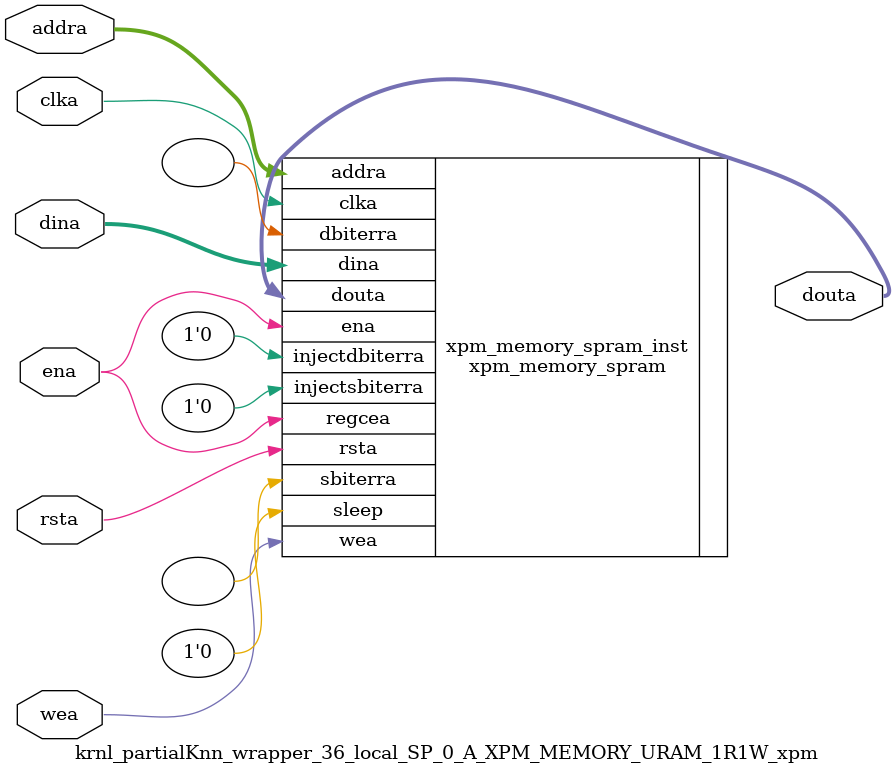
<source format=v>
`timescale 1 ns / 1 ps
module krnl_partialKnn_wrapper_36_local_SP_0_A_XPM_MEMORY_URAM_1R1W_xpm # (
  // Common module parameters
  parameter integer                 MEMORY_SIZE        = 524288,
  parameter                         MEMORY_PRIMITIVE   = "ultra",
  parameter                         ECC_MODE           = "no_ecc",
  parameter                         MEMORY_INIT_FILE   = "none",
  parameter                         WAKEUP_TIME        = "disable_sleep",
  parameter integer                 MESSAGE_CONTROL    = 0,
  // Port A module parameters
  parameter integer                 WRITE_DATA_WIDTH_A = 256,
  parameter integer                 READ_DATA_WIDTH_A  = WRITE_DATA_WIDTH_A,
  parameter integer                 BYTE_WRITE_WIDTH_A = WRITE_DATA_WIDTH_A,
  parameter integer                 ADDR_WIDTH_A       = 11,
  parameter                         READ_RESET_VALUE_A = "0",
  parameter integer                 READ_LATENCY_A     = 1,
  parameter                         WRITE_MODE_A       = "read_first"
) (
  // Port A module ports
  input  wire                                               clka,
  input  wire                                               rsta,
  input  wire                                               ena,
  input  wire [(WRITE_DATA_WIDTH_A/BYTE_WRITE_WIDTH_A)-1:0] wea,
  input  wire [ADDR_WIDTH_A-1:0]                            addra,
  input  wire [WRITE_DATA_WIDTH_A-1:0]                      dina,
  output wire [READ_DATA_WIDTH_A-1:0]                       douta
);
// Set parameter values and connect ports to instantiate an XPM_MEMORY single port RAM configuration
xpm_memory_spram # (
  // Common module parameters
  .MEMORY_SIZE        (MEMORY_SIZE),   //positive integer
  .MEMORY_PRIMITIVE   (MEMORY_PRIMITIVE),      //string; "auto", "distributed", "block" or "ultra";
  .ECC_MODE           (ECC_MODE),      //do not change
  .MEMORY_INIT_FILE   (MEMORY_INIT_FILE), //string; "none" or "<filename>.mem" 
  .MEMORY_INIT_PARAM  (""), //string;
  .WAKEUP_TIME        (WAKEUP_TIME),      //string; "disable_sleep" or "use_sleep_pin"
  .MESSAGE_CONTROL    (MESSAGE_CONTROL),      //do not change
  // Port A module parameters
  .WRITE_DATA_WIDTH_A (WRITE_DATA_WIDTH_A),     //positive integer
  .READ_DATA_WIDTH_A  (READ_DATA_WIDTH_A),     //positive integer
  .BYTE_WRITE_WIDTH_A (BYTE_WRITE_WIDTH_A),     //integer; 8, 9, or WRITE_DATA_WIDTH_A value
  .ADDR_WIDTH_A       (ADDR_WIDTH_A),      //positive integer
  .READ_RESET_VALUE_A (READ_RESET_VALUE_A),  //string
  .READ_LATENCY_A     (READ_LATENCY_A),      //non-negative integer
  .WRITE_MODE_A       (WRITE_MODE_A)       //string; "write_first", "read_first", "no_change"
) xpm_memory_spram_inst (
  // Common module ports
  .sleep          (1'b0),  //do not change
  // Port A module ports
  .clka           (clka),
  .rsta           (rsta),
  .ena            (ena),
  .regcea         (ena),
  .wea            (wea),
  .addra          (addra),
  .dina           (dina),
  .injectsbiterra (1'b0),  //do not change
  .injectdbiterra (1'b0),  //do not change
  .douta          (douta),
  .sbiterra       (),      //do not change
  .dbiterra       ()       //do not change
);
endmodule
</source>
